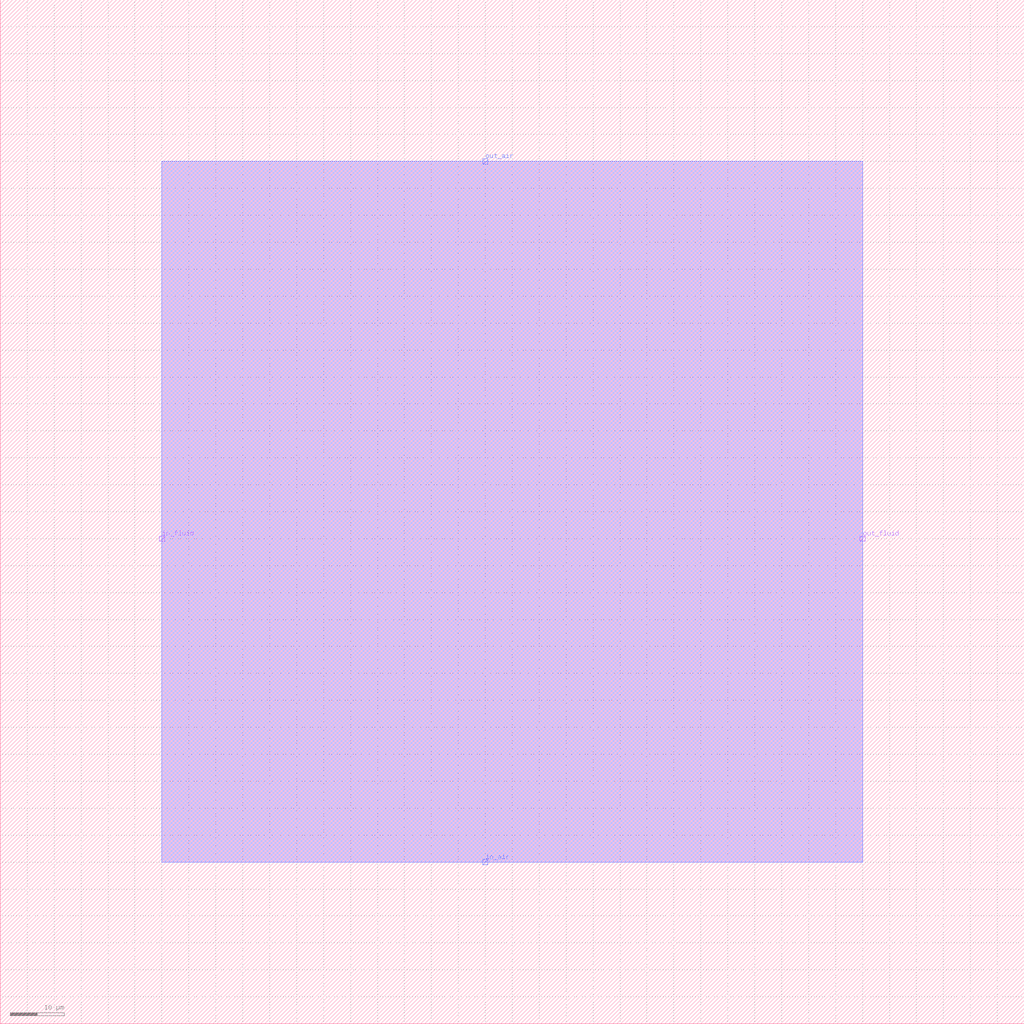
<source format=lef>

MACRO valve_80px_1
  CLASS CORE ;
  ORIGIN  0 0 ;
  FOREIGN valve_80px_1 0 0 ;
  SIZE 190 BY 190 ;
  SYMMETRY X Y ;
  SITE CoreSite ;
  PIN in_fluid
    DIRECTION INPUT ;
    USE SIGNAL ;
    PORT
      LAYER met1 ;
        RECT 29.5 89.5 30.5 90.5 ;
    END
  END in_fluid
  PIN out_fluid
    DIRECTION OUTPUT ;
    USE SIGNAL ;
    PORT
      LAYER met1 ;
        RECT 159.5 89.5 160.5 90.5 ;
    END
  END out_fluid
  PIN in_air
    DIRECTION INPUT ;
    USE SIGNAL ;
    PORT
      LAYER met3 ;
        RECT 89.5 29.5 90.5 30.5 ;
    END
  END in_air
  PIN out_air
    DIRECTION OUTPUT ;
    USE SIGNAL ;
    PORT
      LAYER met3 ;
        RECT 89.5 159.5 90.5 160.5 ;
    END
  END out_air
  OBS
    LAYER met1 ;
      RECT 30 30 160 160 ;
    LAYER met2 ;
      RECT 30 30 160 160 ;
    LAYER met3 ;
      RECT 30 30 160 160 ;
  END
  PROPERTY CatenaDesignType "deviceLevel" ;
END valve_80px_1

</source>
